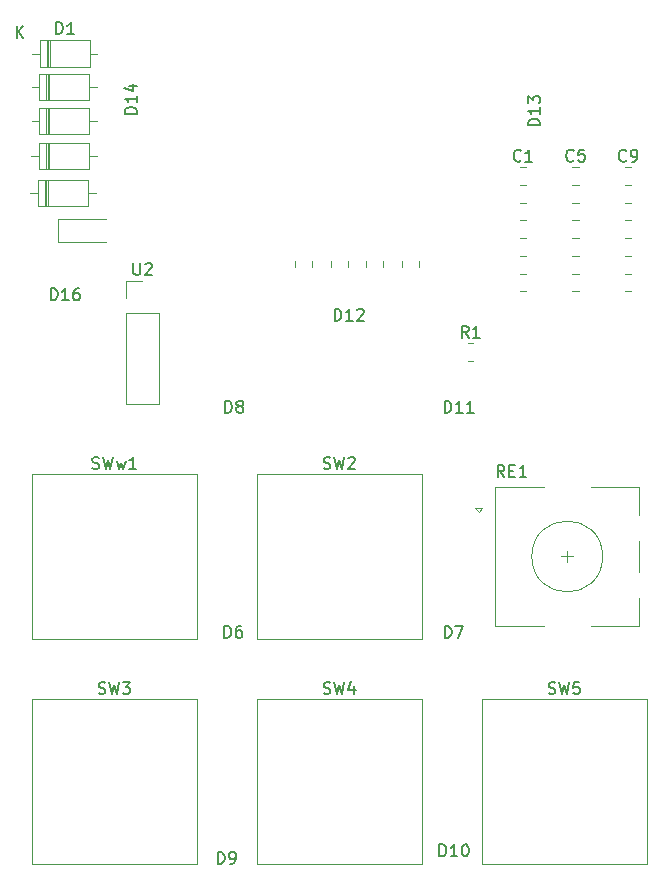
<source format=gbr>
%TF.GenerationSoftware,KiCad,Pcbnew,9.0.7*%
%TF.CreationDate,2026-01-30T21:13:48-06:00*%
%TF.ProjectId,HACK PAD!,4841434b-2050-4414-9421-2e6b69636164,rev?*%
%TF.SameCoordinates,Original*%
%TF.FileFunction,Legend,Top*%
%TF.FilePolarity,Positive*%
%FSLAX46Y46*%
G04 Gerber Fmt 4.6, Leading zero omitted, Abs format (unit mm)*
G04 Created by KiCad (PCBNEW 9.0.7) date 2026-01-30 21:13:48*
%MOMM*%
%LPD*%
G01*
G04 APERTURE LIST*
%ADD10C,0.150000*%
%ADD11C,0.200000*%
%ADD12C,0.120000*%
G04 APERTURE END LIST*
D10*
X76983333Y-42665780D02*
X76935714Y-42713400D01*
X76935714Y-42713400D02*
X76792857Y-42761019D01*
X76792857Y-42761019D02*
X76697619Y-42761019D01*
X76697619Y-42761019D02*
X76554762Y-42713400D01*
X76554762Y-42713400D02*
X76459524Y-42618161D01*
X76459524Y-42618161D02*
X76411905Y-42522923D01*
X76411905Y-42522923D02*
X76364286Y-42332447D01*
X76364286Y-42332447D02*
X76364286Y-42189590D01*
X76364286Y-42189590D02*
X76411905Y-41999114D01*
X76411905Y-41999114D02*
X76459524Y-41903876D01*
X76459524Y-41903876D02*
X76554762Y-41808638D01*
X76554762Y-41808638D02*
X76697619Y-41761019D01*
X76697619Y-41761019D02*
X76792857Y-41761019D01*
X76792857Y-41761019D02*
X76935714Y-41808638D01*
X76935714Y-41808638D02*
X76983333Y-41856257D01*
X77888095Y-41761019D02*
X77411905Y-41761019D01*
X77411905Y-41761019D02*
X77364286Y-42237209D01*
X77364286Y-42237209D02*
X77411905Y-42189590D01*
X77411905Y-42189590D02*
X77507143Y-42141971D01*
X77507143Y-42141971D02*
X77745238Y-42141971D01*
X77745238Y-42141971D02*
X77840476Y-42189590D01*
X77840476Y-42189590D02*
X77888095Y-42237209D01*
X77888095Y-42237209D02*
X77935714Y-42332447D01*
X77935714Y-42332447D02*
X77935714Y-42570542D01*
X77935714Y-42570542D02*
X77888095Y-42665780D01*
X77888095Y-42665780D02*
X77840476Y-42713400D01*
X77840476Y-42713400D02*
X77745238Y-42761019D01*
X77745238Y-42761019D02*
X77507143Y-42761019D01*
X77507143Y-42761019D02*
X77411905Y-42713400D01*
X77411905Y-42713400D02*
X77364286Y-42665780D01*
D11*
X32723214Y-54502219D02*
X32723214Y-53502219D01*
X32723214Y-53502219D02*
X32961309Y-53502219D01*
X32961309Y-53502219D02*
X33104166Y-53549838D01*
X33104166Y-53549838D02*
X33199404Y-53645076D01*
X33199404Y-53645076D02*
X33247023Y-53740314D01*
X33247023Y-53740314D02*
X33294642Y-53930790D01*
X33294642Y-53930790D02*
X33294642Y-54073647D01*
X33294642Y-54073647D02*
X33247023Y-54264123D01*
X33247023Y-54264123D02*
X33199404Y-54359361D01*
X33199404Y-54359361D02*
X33104166Y-54454600D01*
X33104166Y-54454600D02*
X32961309Y-54502219D01*
X32961309Y-54502219D02*
X32723214Y-54502219D01*
X34247023Y-54502219D02*
X33675595Y-54502219D01*
X33961309Y-54502219D02*
X33961309Y-53502219D01*
X33961309Y-53502219D02*
X33866071Y-53645076D01*
X33866071Y-53645076D02*
X33770833Y-53740314D01*
X33770833Y-53740314D02*
X33675595Y-53787933D01*
X35104166Y-53502219D02*
X34913690Y-53502219D01*
X34913690Y-53502219D02*
X34818452Y-53549838D01*
X34818452Y-53549838D02*
X34770833Y-53597457D01*
X34770833Y-53597457D02*
X34675595Y-53740314D01*
X34675595Y-53740314D02*
X34627976Y-53930790D01*
X34627976Y-53930790D02*
X34627976Y-54311742D01*
X34627976Y-54311742D02*
X34675595Y-54406980D01*
X34675595Y-54406980D02*
X34723214Y-54454600D01*
X34723214Y-54454600D02*
X34818452Y-54502219D01*
X34818452Y-54502219D02*
X35008928Y-54502219D01*
X35008928Y-54502219D02*
X35104166Y-54454600D01*
X35104166Y-54454600D02*
X35151785Y-54406980D01*
X35151785Y-54406980D02*
X35199404Y-54311742D01*
X35199404Y-54311742D02*
X35199404Y-54073647D01*
X35199404Y-54073647D02*
X35151785Y-53978409D01*
X35151785Y-53978409D02*
X35104166Y-53930790D01*
X35104166Y-53930790D02*
X35008928Y-53883171D01*
X35008928Y-53883171D02*
X34818452Y-53883171D01*
X34818452Y-53883171D02*
X34723214Y-53930790D01*
X34723214Y-53930790D02*
X34675595Y-53978409D01*
X34675595Y-53978409D02*
X34627976Y-54073647D01*
D10*
X71130952Y-69454819D02*
X70797619Y-68978628D01*
X70559524Y-69454819D02*
X70559524Y-68454819D01*
X70559524Y-68454819D02*
X70940476Y-68454819D01*
X70940476Y-68454819D02*
X71035714Y-68502438D01*
X71035714Y-68502438D02*
X71083333Y-68550057D01*
X71083333Y-68550057D02*
X71130952Y-68645295D01*
X71130952Y-68645295D02*
X71130952Y-68788152D01*
X71130952Y-68788152D02*
X71083333Y-68883390D01*
X71083333Y-68883390D02*
X71035714Y-68931009D01*
X71035714Y-68931009D02*
X70940476Y-68978628D01*
X70940476Y-68978628D02*
X70559524Y-68978628D01*
X71559524Y-68931009D02*
X71892857Y-68931009D01*
X72035714Y-69454819D02*
X71559524Y-69454819D01*
X71559524Y-69454819D02*
X71559524Y-68454819D01*
X71559524Y-68454819D02*
X72035714Y-68454819D01*
X72988095Y-69454819D02*
X72416667Y-69454819D01*
X72702381Y-69454819D02*
X72702381Y-68454819D01*
X72702381Y-68454819D02*
X72607143Y-68597676D01*
X72607143Y-68597676D02*
X72511905Y-68692914D01*
X72511905Y-68692914D02*
X72416667Y-68740533D01*
D11*
X74136919Y-39695485D02*
X73136919Y-39695485D01*
X73136919Y-39695485D02*
X73136919Y-39457390D01*
X73136919Y-39457390D02*
X73184538Y-39314533D01*
X73184538Y-39314533D02*
X73279776Y-39219295D01*
X73279776Y-39219295D02*
X73375014Y-39171676D01*
X73375014Y-39171676D02*
X73565490Y-39124057D01*
X73565490Y-39124057D02*
X73708347Y-39124057D01*
X73708347Y-39124057D02*
X73898823Y-39171676D01*
X73898823Y-39171676D02*
X73994061Y-39219295D01*
X73994061Y-39219295D02*
X74089300Y-39314533D01*
X74089300Y-39314533D02*
X74136919Y-39457390D01*
X74136919Y-39457390D02*
X74136919Y-39695485D01*
X74136919Y-38171676D02*
X74136919Y-38743104D01*
X74136919Y-38457390D02*
X73136919Y-38457390D01*
X73136919Y-38457390D02*
X73279776Y-38552628D01*
X73279776Y-38552628D02*
X73375014Y-38647866D01*
X73375014Y-38647866D02*
X73422633Y-38743104D01*
X73136919Y-37838342D02*
X73136919Y-37219295D01*
X73136919Y-37219295D02*
X73517871Y-37552628D01*
X73517871Y-37552628D02*
X73517871Y-37409771D01*
X73517871Y-37409771D02*
X73565490Y-37314533D01*
X73565490Y-37314533D02*
X73613109Y-37266914D01*
X73613109Y-37266914D02*
X73708347Y-37219295D01*
X73708347Y-37219295D02*
X73946442Y-37219295D01*
X73946442Y-37219295D02*
X74041680Y-37266914D01*
X74041680Y-37266914D02*
X74089300Y-37314533D01*
X74089300Y-37314533D02*
X74136919Y-37409771D01*
X74136919Y-37409771D02*
X74136919Y-37695485D01*
X74136919Y-37695485D02*
X74089300Y-37790723D01*
X74089300Y-37790723D02*
X74041680Y-37838342D01*
D10*
X72533333Y-42665780D02*
X72485714Y-42713400D01*
X72485714Y-42713400D02*
X72342857Y-42761019D01*
X72342857Y-42761019D02*
X72247619Y-42761019D01*
X72247619Y-42761019D02*
X72104762Y-42713400D01*
X72104762Y-42713400D02*
X72009524Y-42618161D01*
X72009524Y-42618161D02*
X71961905Y-42522923D01*
X71961905Y-42522923D02*
X71914286Y-42332447D01*
X71914286Y-42332447D02*
X71914286Y-42189590D01*
X71914286Y-42189590D02*
X71961905Y-41999114D01*
X71961905Y-41999114D02*
X72009524Y-41903876D01*
X72009524Y-41903876D02*
X72104762Y-41808638D01*
X72104762Y-41808638D02*
X72247619Y-41761019D01*
X72247619Y-41761019D02*
X72342857Y-41761019D01*
X72342857Y-41761019D02*
X72485714Y-41808638D01*
X72485714Y-41808638D02*
X72533333Y-41856257D01*
X73485714Y-42761019D02*
X72914286Y-42761019D01*
X73200000Y-42761019D02*
X73200000Y-41761019D01*
X73200000Y-41761019D02*
X73104762Y-41903876D01*
X73104762Y-41903876D02*
X73009524Y-41999114D01*
X73009524Y-41999114D02*
X72914286Y-42046733D01*
D11*
X39995919Y-38714285D02*
X38995919Y-38714285D01*
X38995919Y-38714285D02*
X38995919Y-38476190D01*
X38995919Y-38476190D02*
X39043538Y-38333333D01*
X39043538Y-38333333D02*
X39138776Y-38238095D01*
X39138776Y-38238095D02*
X39234014Y-38190476D01*
X39234014Y-38190476D02*
X39424490Y-38142857D01*
X39424490Y-38142857D02*
X39567347Y-38142857D01*
X39567347Y-38142857D02*
X39757823Y-38190476D01*
X39757823Y-38190476D02*
X39853061Y-38238095D01*
X39853061Y-38238095D02*
X39948300Y-38333333D01*
X39948300Y-38333333D02*
X39995919Y-38476190D01*
X39995919Y-38476190D02*
X39995919Y-38714285D01*
X39995919Y-37190476D02*
X39995919Y-37761904D01*
X39995919Y-37476190D02*
X38995919Y-37476190D01*
X38995919Y-37476190D02*
X39138776Y-37571428D01*
X39138776Y-37571428D02*
X39234014Y-37666666D01*
X39234014Y-37666666D02*
X39281633Y-37761904D01*
X39329252Y-36333333D02*
X39995919Y-36333333D01*
X38948300Y-36571428D02*
X39662585Y-36809523D01*
X39662585Y-36809523D02*
X39662585Y-36190476D01*
D10*
X68100833Y-57684819D02*
X67767500Y-57208628D01*
X67529405Y-57684819D02*
X67529405Y-56684819D01*
X67529405Y-56684819D02*
X67910357Y-56684819D01*
X67910357Y-56684819D02*
X68005595Y-56732438D01*
X68005595Y-56732438D02*
X68053214Y-56780057D01*
X68053214Y-56780057D02*
X68100833Y-56875295D01*
X68100833Y-56875295D02*
X68100833Y-57018152D01*
X68100833Y-57018152D02*
X68053214Y-57113390D01*
X68053214Y-57113390D02*
X68005595Y-57161009D01*
X68005595Y-57161009D02*
X67910357Y-57208628D01*
X67910357Y-57208628D02*
X67529405Y-57208628D01*
X69053214Y-57684819D02*
X68481786Y-57684819D01*
X68767500Y-57684819D02*
X68767500Y-56684819D01*
X68767500Y-56684819D02*
X68672262Y-56827676D01*
X68672262Y-56827676D02*
X68577024Y-56922914D01*
X68577024Y-56922914D02*
X68481786Y-56970533D01*
X55816667Y-68733200D02*
X55959524Y-68780819D01*
X55959524Y-68780819D02*
X56197619Y-68780819D01*
X56197619Y-68780819D02*
X56292857Y-68733200D01*
X56292857Y-68733200D02*
X56340476Y-68685580D01*
X56340476Y-68685580D02*
X56388095Y-68590342D01*
X56388095Y-68590342D02*
X56388095Y-68495104D01*
X56388095Y-68495104D02*
X56340476Y-68399866D01*
X56340476Y-68399866D02*
X56292857Y-68352247D01*
X56292857Y-68352247D02*
X56197619Y-68304628D01*
X56197619Y-68304628D02*
X56007143Y-68257009D01*
X56007143Y-68257009D02*
X55911905Y-68209390D01*
X55911905Y-68209390D02*
X55864286Y-68161771D01*
X55864286Y-68161771D02*
X55816667Y-68066533D01*
X55816667Y-68066533D02*
X55816667Y-67971295D01*
X55816667Y-67971295D02*
X55864286Y-67876057D01*
X55864286Y-67876057D02*
X55911905Y-67828438D01*
X55911905Y-67828438D02*
X56007143Y-67780819D01*
X56007143Y-67780819D02*
X56245238Y-67780819D01*
X56245238Y-67780819D02*
X56388095Y-67828438D01*
X56721429Y-67780819D02*
X56959524Y-68780819D01*
X56959524Y-68780819D02*
X57150000Y-68066533D01*
X57150000Y-68066533D02*
X57340476Y-68780819D01*
X57340476Y-68780819D02*
X57578572Y-67780819D01*
X57911905Y-67876057D02*
X57959524Y-67828438D01*
X57959524Y-67828438D02*
X58054762Y-67780819D01*
X58054762Y-67780819D02*
X58292857Y-67780819D01*
X58292857Y-67780819D02*
X58388095Y-67828438D01*
X58388095Y-67828438D02*
X58435714Y-67876057D01*
X58435714Y-67876057D02*
X58483333Y-67971295D01*
X58483333Y-67971295D02*
X58483333Y-68066533D01*
X58483333Y-68066533D02*
X58435714Y-68209390D01*
X58435714Y-68209390D02*
X57864286Y-68780819D01*
X57864286Y-68780819D02*
X58483333Y-68780819D01*
X36766667Y-87783200D02*
X36909524Y-87830819D01*
X36909524Y-87830819D02*
X37147619Y-87830819D01*
X37147619Y-87830819D02*
X37242857Y-87783200D01*
X37242857Y-87783200D02*
X37290476Y-87735580D01*
X37290476Y-87735580D02*
X37338095Y-87640342D01*
X37338095Y-87640342D02*
X37338095Y-87545104D01*
X37338095Y-87545104D02*
X37290476Y-87449866D01*
X37290476Y-87449866D02*
X37242857Y-87402247D01*
X37242857Y-87402247D02*
X37147619Y-87354628D01*
X37147619Y-87354628D02*
X36957143Y-87307009D01*
X36957143Y-87307009D02*
X36861905Y-87259390D01*
X36861905Y-87259390D02*
X36814286Y-87211771D01*
X36814286Y-87211771D02*
X36766667Y-87116533D01*
X36766667Y-87116533D02*
X36766667Y-87021295D01*
X36766667Y-87021295D02*
X36814286Y-86926057D01*
X36814286Y-86926057D02*
X36861905Y-86878438D01*
X36861905Y-86878438D02*
X36957143Y-86830819D01*
X36957143Y-86830819D02*
X37195238Y-86830819D01*
X37195238Y-86830819D02*
X37338095Y-86878438D01*
X37671429Y-86830819D02*
X37909524Y-87830819D01*
X37909524Y-87830819D02*
X38100000Y-87116533D01*
X38100000Y-87116533D02*
X38290476Y-87830819D01*
X38290476Y-87830819D02*
X38528572Y-86830819D01*
X38814286Y-86830819D02*
X39433333Y-86830819D01*
X39433333Y-86830819D02*
X39100000Y-87211771D01*
X39100000Y-87211771D02*
X39242857Y-87211771D01*
X39242857Y-87211771D02*
X39338095Y-87259390D01*
X39338095Y-87259390D02*
X39385714Y-87307009D01*
X39385714Y-87307009D02*
X39433333Y-87402247D01*
X39433333Y-87402247D02*
X39433333Y-87640342D01*
X39433333Y-87640342D02*
X39385714Y-87735580D01*
X39385714Y-87735580D02*
X39338095Y-87783200D01*
X39338095Y-87783200D02*
X39242857Y-87830819D01*
X39242857Y-87830819D02*
X38957143Y-87830819D01*
X38957143Y-87830819D02*
X38861905Y-87783200D01*
X38861905Y-87783200D02*
X38814286Y-87735580D01*
D11*
X66060714Y-64027219D02*
X66060714Y-63027219D01*
X66060714Y-63027219D02*
X66298809Y-63027219D01*
X66298809Y-63027219D02*
X66441666Y-63074838D01*
X66441666Y-63074838D02*
X66536904Y-63170076D01*
X66536904Y-63170076D02*
X66584523Y-63265314D01*
X66584523Y-63265314D02*
X66632142Y-63455790D01*
X66632142Y-63455790D02*
X66632142Y-63598647D01*
X66632142Y-63598647D02*
X66584523Y-63789123D01*
X66584523Y-63789123D02*
X66536904Y-63884361D01*
X66536904Y-63884361D02*
X66441666Y-63979600D01*
X66441666Y-63979600D02*
X66298809Y-64027219D01*
X66298809Y-64027219D02*
X66060714Y-64027219D01*
X67584523Y-64027219D02*
X67013095Y-64027219D01*
X67298809Y-64027219D02*
X67298809Y-63027219D01*
X67298809Y-63027219D02*
X67203571Y-63170076D01*
X67203571Y-63170076D02*
X67108333Y-63265314D01*
X67108333Y-63265314D02*
X67013095Y-63312933D01*
X68536904Y-64027219D02*
X67965476Y-64027219D01*
X68251190Y-64027219D02*
X68251190Y-63027219D01*
X68251190Y-63027219D02*
X68155952Y-63170076D01*
X68155952Y-63170076D02*
X68060714Y-63265314D01*
X68060714Y-63265314D02*
X67965476Y-63312933D01*
X65625714Y-101582219D02*
X65625714Y-100582219D01*
X65625714Y-100582219D02*
X65863809Y-100582219D01*
X65863809Y-100582219D02*
X66006666Y-100629838D01*
X66006666Y-100629838D02*
X66101904Y-100725076D01*
X66101904Y-100725076D02*
X66149523Y-100820314D01*
X66149523Y-100820314D02*
X66197142Y-101010790D01*
X66197142Y-101010790D02*
X66197142Y-101153647D01*
X66197142Y-101153647D02*
X66149523Y-101344123D01*
X66149523Y-101344123D02*
X66101904Y-101439361D01*
X66101904Y-101439361D02*
X66006666Y-101534600D01*
X66006666Y-101534600D02*
X65863809Y-101582219D01*
X65863809Y-101582219D02*
X65625714Y-101582219D01*
X67149523Y-101582219D02*
X66578095Y-101582219D01*
X66863809Y-101582219D02*
X66863809Y-100582219D01*
X66863809Y-100582219D02*
X66768571Y-100725076D01*
X66768571Y-100725076D02*
X66673333Y-100820314D01*
X66673333Y-100820314D02*
X66578095Y-100867933D01*
X67768571Y-100582219D02*
X67863809Y-100582219D01*
X67863809Y-100582219D02*
X67959047Y-100629838D01*
X67959047Y-100629838D02*
X68006666Y-100677457D01*
X68006666Y-100677457D02*
X68054285Y-100772695D01*
X68054285Y-100772695D02*
X68101904Y-100963171D01*
X68101904Y-100963171D02*
X68101904Y-101201266D01*
X68101904Y-101201266D02*
X68054285Y-101391742D01*
X68054285Y-101391742D02*
X68006666Y-101486980D01*
X68006666Y-101486980D02*
X67959047Y-101534600D01*
X67959047Y-101534600D02*
X67863809Y-101582219D01*
X67863809Y-101582219D02*
X67768571Y-101582219D01*
X67768571Y-101582219D02*
X67673333Y-101534600D01*
X67673333Y-101534600D02*
X67625714Y-101486980D01*
X67625714Y-101486980D02*
X67578095Y-101391742D01*
X67578095Y-101391742D02*
X67530476Y-101201266D01*
X67530476Y-101201266D02*
X67530476Y-100963171D01*
X67530476Y-100963171D02*
X67578095Y-100772695D01*
X67578095Y-100772695D02*
X67625714Y-100677457D01*
X67625714Y-100677457D02*
X67673333Y-100629838D01*
X67673333Y-100629838D02*
X67768571Y-100582219D01*
D10*
X74866667Y-87783200D02*
X75009524Y-87830819D01*
X75009524Y-87830819D02*
X75247619Y-87830819D01*
X75247619Y-87830819D02*
X75342857Y-87783200D01*
X75342857Y-87783200D02*
X75390476Y-87735580D01*
X75390476Y-87735580D02*
X75438095Y-87640342D01*
X75438095Y-87640342D02*
X75438095Y-87545104D01*
X75438095Y-87545104D02*
X75390476Y-87449866D01*
X75390476Y-87449866D02*
X75342857Y-87402247D01*
X75342857Y-87402247D02*
X75247619Y-87354628D01*
X75247619Y-87354628D02*
X75057143Y-87307009D01*
X75057143Y-87307009D02*
X74961905Y-87259390D01*
X74961905Y-87259390D02*
X74914286Y-87211771D01*
X74914286Y-87211771D02*
X74866667Y-87116533D01*
X74866667Y-87116533D02*
X74866667Y-87021295D01*
X74866667Y-87021295D02*
X74914286Y-86926057D01*
X74914286Y-86926057D02*
X74961905Y-86878438D01*
X74961905Y-86878438D02*
X75057143Y-86830819D01*
X75057143Y-86830819D02*
X75295238Y-86830819D01*
X75295238Y-86830819D02*
X75438095Y-86878438D01*
X75771429Y-86830819D02*
X76009524Y-87830819D01*
X76009524Y-87830819D02*
X76200000Y-87116533D01*
X76200000Y-87116533D02*
X76390476Y-87830819D01*
X76390476Y-87830819D02*
X76628572Y-86830819D01*
X77485714Y-86830819D02*
X77009524Y-86830819D01*
X77009524Y-86830819D02*
X76961905Y-87307009D01*
X76961905Y-87307009D02*
X77009524Y-87259390D01*
X77009524Y-87259390D02*
X77104762Y-87211771D01*
X77104762Y-87211771D02*
X77342857Y-87211771D01*
X77342857Y-87211771D02*
X77438095Y-87259390D01*
X77438095Y-87259390D02*
X77485714Y-87307009D01*
X77485714Y-87307009D02*
X77533333Y-87402247D01*
X77533333Y-87402247D02*
X77533333Y-87640342D01*
X77533333Y-87640342D02*
X77485714Y-87735580D01*
X77485714Y-87735580D02*
X77438095Y-87783200D01*
X77438095Y-87783200D02*
X77342857Y-87830819D01*
X77342857Y-87830819D02*
X77104762Y-87830819D01*
X77104762Y-87830819D02*
X77009524Y-87783200D01*
X77009524Y-87783200D02*
X76961905Y-87735580D01*
X55816667Y-87783200D02*
X55959524Y-87830819D01*
X55959524Y-87830819D02*
X56197619Y-87830819D01*
X56197619Y-87830819D02*
X56292857Y-87783200D01*
X56292857Y-87783200D02*
X56340476Y-87735580D01*
X56340476Y-87735580D02*
X56388095Y-87640342D01*
X56388095Y-87640342D02*
X56388095Y-87545104D01*
X56388095Y-87545104D02*
X56340476Y-87449866D01*
X56340476Y-87449866D02*
X56292857Y-87402247D01*
X56292857Y-87402247D02*
X56197619Y-87354628D01*
X56197619Y-87354628D02*
X56007143Y-87307009D01*
X56007143Y-87307009D02*
X55911905Y-87259390D01*
X55911905Y-87259390D02*
X55864286Y-87211771D01*
X55864286Y-87211771D02*
X55816667Y-87116533D01*
X55816667Y-87116533D02*
X55816667Y-87021295D01*
X55816667Y-87021295D02*
X55864286Y-86926057D01*
X55864286Y-86926057D02*
X55911905Y-86878438D01*
X55911905Y-86878438D02*
X56007143Y-86830819D01*
X56007143Y-86830819D02*
X56245238Y-86830819D01*
X56245238Y-86830819D02*
X56388095Y-86878438D01*
X56721429Y-86830819D02*
X56959524Y-87830819D01*
X56959524Y-87830819D02*
X57150000Y-87116533D01*
X57150000Y-87116533D02*
X57340476Y-87830819D01*
X57340476Y-87830819D02*
X57578572Y-86830819D01*
X58388095Y-87164152D02*
X58388095Y-87830819D01*
X58150000Y-86783200D02*
X57911905Y-87497485D01*
X57911905Y-87497485D02*
X58530952Y-87497485D01*
X81433333Y-42665780D02*
X81385714Y-42713400D01*
X81385714Y-42713400D02*
X81242857Y-42761019D01*
X81242857Y-42761019D02*
X81147619Y-42761019D01*
X81147619Y-42761019D02*
X81004762Y-42713400D01*
X81004762Y-42713400D02*
X80909524Y-42618161D01*
X80909524Y-42618161D02*
X80861905Y-42522923D01*
X80861905Y-42522923D02*
X80814286Y-42332447D01*
X80814286Y-42332447D02*
X80814286Y-42189590D01*
X80814286Y-42189590D02*
X80861905Y-41999114D01*
X80861905Y-41999114D02*
X80909524Y-41903876D01*
X80909524Y-41903876D02*
X81004762Y-41808638D01*
X81004762Y-41808638D02*
X81147619Y-41761019D01*
X81147619Y-41761019D02*
X81242857Y-41761019D01*
X81242857Y-41761019D02*
X81385714Y-41808638D01*
X81385714Y-41808638D02*
X81433333Y-41856257D01*
X81909524Y-42761019D02*
X82100000Y-42761019D01*
X82100000Y-42761019D02*
X82195238Y-42713400D01*
X82195238Y-42713400D02*
X82242857Y-42665780D01*
X82242857Y-42665780D02*
X82338095Y-42522923D01*
X82338095Y-42522923D02*
X82385714Y-42332447D01*
X82385714Y-42332447D02*
X82385714Y-41951495D01*
X82385714Y-41951495D02*
X82338095Y-41856257D01*
X82338095Y-41856257D02*
X82290476Y-41808638D01*
X82290476Y-41808638D02*
X82195238Y-41761019D01*
X82195238Y-41761019D02*
X82004762Y-41761019D01*
X82004762Y-41761019D02*
X81909524Y-41808638D01*
X81909524Y-41808638D02*
X81861905Y-41856257D01*
X81861905Y-41856257D02*
X81814286Y-41951495D01*
X81814286Y-41951495D02*
X81814286Y-42189590D01*
X81814286Y-42189590D02*
X81861905Y-42284828D01*
X81861905Y-42284828D02*
X81909524Y-42332447D01*
X81909524Y-42332447D02*
X82004762Y-42380066D01*
X82004762Y-42380066D02*
X82195238Y-42380066D01*
X82195238Y-42380066D02*
X82290476Y-42332447D01*
X82290476Y-42332447D02*
X82338095Y-42284828D01*
X82338095Y-42284828D02*
X82385714Y-42189590D01*
X36242857Y-68733200D02*
X36385714Y-68780819D01*
X36385714Y-68780819D02*
X36623809Y-68780819D01*
X36623809Y-68780819D02*
X36719047Y-68733200D01*
X36719047Y-68733200D02*
X36766666Y-68685580D01*
X36766666Y-68685580D02*
X36814285Y-68590342D01*
X36814285Y-68590342D02*
X36814285Y-68495104D01*
X36814285Y-68495104D02*
X36766666Y-68399866D01*
X36766666Y-68399866D02*
X36719047Y-68352247D01*
X36719047Y-68352247D02*
X36623809Y-68304628D01*
X36623809Y-68304628D02*
X36433333Y-68257009D01*
X36433333Y-68257009D02*
X36338095Y-68209390D01*
X36338095Y-68209390D02*
X36290476Y-68161771D01*
X36290476Y-68161771D02*
X36242857Y-68066533D01*
X36242857Y-68066533D02*
X36242857Y-67971295D01*
X36242857Y-67971295D02*
X36290476Y-67876057D01*
X36290476Y-67876057D02*
X36338095Y-67828438D01*
X36338095Y-67828438D02*
X36433333Y-67780819D01*
X36433333Y-67780819D02*
X36671428Y-67780819D01*
X36671428Y-67780819D02*
X36814285Y-67828438D01*
X37147619Y-67780819D02*
X37385714Y-68780819D01*
X37385714Y-68780819D02*
X37576190Y-68066533D01*
X37576190Y-68066533D02*
X37766666Y-68780819D01*
X37766666Y-68780819D02*
X38004762Y-67780819D01*
X38290476Y-68114152D02*
X38480952Y-68780819D01*
X38480952Y-68780819D02*
X38671428Y-68304628D01*
X38671428Y-68304628D02*
X38861904Y-68780819D01*
X38861904Y-68780819D02*
X39052380Y-68114152D01*
X39957142Y-68780819D02*
X39385714Y-68780819D01*
X39671428Y-68780819D02*
X39671428Y-67780819D01*
X39671428Y-67780819D02*
X39576190Y-67923676D01*
X39576190Y-67923676D02*
X39480952Y-68018914D01*
X39480952Y-68018914D02*
X39385714Y-68066533D01*
D11*
X66084205Y-83096019D02*
X66084205Y-82096019D01*
X66084205Y-82096019D02*
X66322300Y-82096019D01*
X66322300Y-82096019D02*
X66465157Y-82143638D01*
X66465157Y-82143638D02*
X66560395Y-82238876D01*
X66560395Y-82238876D02*
X66608014Y-82334114D01*
X66608014Y-82334114D02*
X66655633Y-82524590D01*
X66655633Y-82524590D02*
X66655633Y-82667447D01*
X66655633Y-82667447D02*
X66608014Y-82857923D01*
X66608014Y-82857923D02*
X66560395Y-82953161D01*
X66560395Y-82953161D02*
X66465157Y-83048400D01*
X66465157Y-83048400D02*
X66322300Y-83096019D01*
X66322300Y-83096019D02*
X66084205Y-83096019D01*
X66988967Y-82096019D02*
X67655633Y-82096019D01*
X67655633Y-82096019D02*
X67227062Y-83096019D01*
D10*
X39719395Y-51367319D02*
X39719395Y-52176842D01*
X39719395Y-52176842D02*
X39767014Y-52272080D01*
X39767014Y-52272080D02*
X39814633Y-52319700D01*
X39814633Y-52319700D02*
X39909871Y-52367319D01*
X39909871Y-52367319D02*
X40100347Y-52367319D01*
X40100347Y-52367319D02*
X40195585Y-52319700D01*
X40195585Y-52319700D02*
X40243204Y-52272080D01*
X40243204Y-52272080D02*
X40290823Y-52176842D01*
X40290823Y-52176842D02*
X40290823Y-51367319D01*
X40719395Y-51462557D02*
X40767014Y-51414938D01*
X40767014Y-51414938D02*
X40862252Y-51367319D01*
X40862252Y-51367319D02*
X41100347Y-51367319D01*
X41100347Y-51367319D02*
X41195585Y-51414938D01*
X41195585Y-51414938D02*
X41243204Y-51462557D01*
X41243204Y-51462557D02*
X41290823Y-51557795D01*
X41290823Y-51557795D02*
X41290823Y-51653033D01*
X41290823Y-51653033D02*
X41243204Y-51795890D01*
X41243204Y-51795890D02*
X40671776Y-52367319D01*
X40671776Y-52367319D02*
X41290823Y-52367319D01*
D11*
X56754414Y-56236319D02*
X56754414Y-55236319D01*
X56754414Y-55236319D02*
X56992509Y-55236319D01*
X56992509Y-55236319D02*
X57135366Y-55283938D01*
X57135366Y-55283938D02*
X57230604Y-55379176D01*
X57230604Y-55379176D02*
X57278223Y-55474414D01*
X57278223Y-55474414D02*
X57325842Y-55664890D01*
X57325842Y-55664890D02*
X57325842Y-55807747D01*
X57325842Y-55807747D02*
X57278223Y-55998223D01*
X57278223Y-55998223D02*
X57230604Y-56093461D01*
X57230604Y-56093461D02*
X57135366Y-56188700D01*
X57135366Y-56188700D02*
X56992509Y-56236319D01*
X56992509Y-56236319D02*
X56754414Y-56236319D01*
X58278223Y-56236319D02*
X57706795Y-56236319D01*
X57992509Y-56236319D02*
X57992509Y-55236319D01*
X57992509Y-55236319D02*
X57897271Y-55379176D01*
X57897271Y-55379176D02*
X57802033Y-55474414D01*
X57802033Y-55474414D02*
X57706795Y-55522033D01*
X58659176Y-55331557D02*
X58706795Y-55283938D01*
X58706795Y-55283938D02*
X58802033Y-55236319D01*
X58802033Y-55236319D02*
X59040128Y-55236319D01*
X59040128Y-55236319D02*
X59135366Y-55283938D01*
X59135366Y-55283938D02*
X59182985Y-55331557D01*
X59182985Y-55331557D02*
X59230604Y-55426795D01*
X59230604Y-55426795D02*
X59230604Y-55522033D01*
X59230604Y-55522033D02*
X59182985Y-55664890D01*
X59182985Y-55664890D02*
X58611557Y-56236319D01*
X58611557Y-56236319D02*
X59230604Y-56236319D01*
D10*
X33171905Y-31964819D02*
X33171905Y-30964819D01*
X33171905Y-30964819D02*
X33410000Y-30964819D01*
X33410000Y-30964819D02*
X33552857Y-31012438D01*
X33552857Y-31012438D02*
X33648095Y-31107676D01*
X33648095Y-31107676D02*
X33695714Y-31202914D01*
X33695714Y-31202914D02*
X33743333Y-31393390D01*
X33743333Y-31393390D02*
X33743333Y-31536247D01*
X33743333Y-31536247D02*
X33695714Y-31726723D01*
X33695714Y-31726723D02*
X33648095Y-31821961D01*
X33648095Y-31821961D02*
X33552857Y-31917200D01*
X33552857Y-31917200D02*
X33410000Y-31964819D01*
X33410000Y-31964819D02*
X33171905Y-31964819D01*
X34695714Y-31964819D02*
X34124286Y-31964819D01*
X34410000Y-31964819D02*
X34410000Y-30964819D01*
X34410000Y-30964819D02*
X34314762Y-31107676D01*
X34314762Y-31107676D02*
X34219524Y-31202914D01*
X34219524Y-31202914D02*
X34124286Y-31250533D01*
X29838095Y-32284819D02*
X29838095Y-31284819D01*
X30409523Y-32284819D02*
X29980952Y-31713390D01*
X30409523Y-31284819D02*
X29838095Y-31856247D01*
D11*
X47421905Y-83078419D02*
X47421905Y-82078419D01*
X47421905Y-82078419D02*
X47660000Y-82078419D01*
X47660000Y-82078419D02*
X47802857Y-82126038D01*
X47802857Y-82126038D02*
X47898095Y-82221276D01*
X47898095Y-82221276D02*
X47945714Y-82316514D01*
X47945714Y-82316514D02*
X47993333Y-82506990D01*
X47993333Y-82506990D02*
X47993333Y-82649847D01*
X47993333Y-82649847D02*
X47945714Y-82840323D01*
X47945714Y-82840323D02*
X47898095Y-82935561D01*
X47898095Y-82935561D02*
X47802857Y-83030800D01*
X47802857Y-83030800D02*
X47660000Y-83078419D01*
X47660000Y-83078419D02*
X47421905Y-83078419D01*
X48850476Y-82078419D02*
X48660000Y-82078419D01*
X48660000Y-82078419D02*
X48564762Y-82126038D01*
X48564762Y-82126038D02*
X48517143Y-82173657D01*
X48517143Y-82173657D02*
X48421905Y-82316514D01*
X48421905Y-82316514D02*
X48374286Y-82506990D01*
X48374286Y-82506990D02*
X48374286Y-82887942D01*
X48374286Y-82887942D02*
X48421905Y-82983180D01*
X48421905Y-82983180D02*
X48469524Y-83030800D01*
X48469524Y-83030800D02*
X48564762Y-83078419D01*
X48564762Y-83078419D02*
X48755238Y-83078419D01*
X48755238Y-83078419D02*
X48850476Y-83030800D01*
X48850476Y-83030800D02*
X48898095Y-82983180D01*
X48898095Y-82983180D02*
X48945714Y-82887942D01*
X48945714Y-82887942D02*
X48945714Y-82649847D01*
X48945714Y-82649847D02*
X48898095Y-82554609D01*
X48898095Y-82554609D02*
X48850476Y-82506990D01*
X48850476Y-82506990D02*
X48755238Y-82459371D01*
X48755238Y-82459371D02*
X48564762Y-82459371D01*
X48564762Y-82459371D02*
X48469524Y-82506990D01*
X48469524Y-82506990D02*
X48421905Y-82554609D01*
X48421905Y-82554609D02*
X48374286Y-82649847D01*
X47486905Y-64027219D02*
X47486905Y-63027219D01*
X47486905Y-63027219D02*
X47725000Y-63027219D01*
X47725000Y-63027219D02*
X47867857Y-63074838D01*
X47867857Y-63074838D02*
X47963095Y-63170076D01*
X47963095Y-63170076D02*
X48010714Y-63265314D01*
X48010714Y-63265314D02*
X48058333Y-63455790D01*
X48058333Y-63455790D02*
X48058333Y-63598647D01*
X48058333Y-63598647D02*
X48010714Y-63789123D01*
X48010714Y-63789123D02*
X47963095Y-63884361D01*
X47963095Y-63884361D02*
X47867857Y-63979600D01*
X47867857Y-63979600D02*
X47725000Y-64027219D01*
X47725000Y-64027219D02*
X47486905Y-64027219D01*
X48629762Y-63455790D02*
X48534524Y-63408171D01*
X48534524Y-63408171D02*
X48486905Y-63360552D01*
X48486905Y-63360552D02*
X48439286Y-63265314D01*
X48439286Y-63265314D02*
X48439286Y-63217695D01*
X48439286Y-63217695D02*
X48486905Y-63122457D01*
X48486905Y-63122457D02*
X48534524Y-63074838D01*
X48534524Y-63074838D02*
X48629762Y-63027219D01*
X48629762Y-63027219D02*
X48820238Y-63027219D01*
X48820238Y-63027219D02*
X48915476Y-63074838D01*
X48915476Y-63074838D02*
X48963095Y-63122457D01*
X48963095Y-63122457D02*
X49010714Y-63217695D01*
X49010714Y-63217695D02*
X49010714Y-63265314D01*
X49010714Y-63265314D02*
X48963095Y-63360552D01*
X48963095Y-63360552D02*
X48915476Y-63408171D01*
X48915476Y-63408171D02*
X48820238Y-63455790D01*
X48820238Y-63455790D02*
X48629762Y-63455790D01*
X48629762Y-63455790D02*
X48534524Y-63503409D01*
X48534524Y-63503409D02*
X48486905Y-63551028D01*
X48486905Y-63551028D02*
X48439286Y-63646266D01*
X48439286Y-63646266D02*
X48439286Y-63836742D01*
X48439286Y-63836742D02*
X48486905Y-63931980D01*
X48486905Y-63931980D02*
X48534524Y-63979600D01*
X48534524Y-63979600D02*
X48629762Y-64027219D01*
X48629762Y-64027219D02*
X48820238Y-64027219D01*
X48820238Y-64027219D02*
X48915476Y-63979600D01*
X48915476Y-63979600D02*
X48963095Y-63931980D01*
X48963095Y-63931980D02*
X49010714Y-63836742D01*
X49010714Y-63836742D02*
X49010714Y-63646266D01*
X49010714Y-63646266D02*
X48963095Y-63551028D01*
X48963095Y-63551028D02*
X48915476Y-63503409D01*
X48915476Y-63503409D02*
X48820238Y-63455790D01*
X46871905Y-102212219D02*
X46871905Y-101212219D01*
X46871905Y-101212219D02*
X47110000Y-101212219D01*
X47110000Y-101212219D02*
X47252857Y-101259838D01*
X47252857Y-101259838D02*
X47348095Y-101355076D01*
X47348095Y-101355076D02*
X47395714Y-101450314D01*
X47395714Y-101450314D02*
X47443333Y-101640790D01*
X47443333Y-101640790D02*
X47443333Y-101783647D01*
X47443333Y-101783647D02*
X47395714Y-101974123D01*
X47395714Y-101974123D02*
X47348095Y-102069361D01*
X47348095Y-102069361D02*
X47252857Y-102164600D01*
X47252857Y-102164600D02*
X47110000Y-102212219D01*
X47110000Y-102212219D02*
X46871905Y-102212219D01*
X47919524Y-102212219D02*
X48110000Y-102212219D01*
X48110000Y-102212219D02*
X48205238Y-102164600D01*
X48205238Y-102164600D02*
X48252857Y-102116980D01*
X48252857Y-102116980D02*
X48348095Y-101974123D01*
X48348095Y-101974123D02*
X48395714Y-101783647D01*
X48395714Y-101783647D02*
X48395714Y-101402695D01*
X48395714Y-101402695D02*
X48348095Y-101307457D01*
X48348095Y-101307457D02*
X48300476Y-101259838D01*
X48300476Y-101259838D02*
X48205238Y-101212219D01*
X48205238Y-101212219D02*
X48014762Y-101212219D01*
X48014762Y-101212219D02*
X47919524Y-101259838D01*
X47919524Y-101259838D02*
X47871905Y-101307457D01*
X47871905Y-101307457D02*
X47824286Y-101402695D01*
X47824286Y-101402695D02*
X47824286Y-101640790D01*
X47824286Y-101640790D02*
X47871905Y-101736028D01*
X47871905Y-101736028D02*
X47919524Y-101783647D01*
X47919524Y-101783647D02*
X48014762Y-101831266D01*
X48014762Y-101831266D02*
X48205238Y-101831266D01*
X48205238Y-101831266D02*
X48300476Y-101783647D01*
X48300476Y-101783647D02*
X48348095Y-101736028D01*
X48348095Y-101736028D02*
X48395714Y-101640790D01*
D12*
%TO.C,C7*%
X76888748Y-49271200D02*
X77411252Y-49271200D01*
X76888748Y-50741200D02*
X77411252Y-50741200D01*
%TO.C,C5*%
X76888748Y-43251200D02*
X77411252Y-43251200D01*
X76888748Y-44721200D02*
X77411252Y-44721200D01*
%TO.C,C6*%
X76888748Y-46261200D02*
X77411252Y-46261200D01*
X76888748Y-47731200D02*
X77411252Y-47731200D01*
%TO.C,C11*%
X81338748Y-49271200D02*
X81861252Y-49271200D01*
X81338748Y-50741200D02*
X81861252Y-50741200D01*
%TO.C,RE1*%
X68650000Y-72100000D02*
X69250000Y-72100000D01*
X68950000Y-72400000D02*
X68650000Y-72100000D01*
X69250000Y-72100000D02*
X68950000Y-72400000D01*
X70350000Y-70300000D02*
X70350000Y-82100000D01*
X74450000Y-70300000D02*
X70350000Y-70300000D01*
X74450000Y-82100000D02*
X70350000Y-82100000D01*
X75950000Y-76200000D02*
X76950000Y-76200000D01*
X76450000Y-75700000D02*
X76450000Y-76700000D01*
X78450000Y-70300000D02*
X82550000Y-70300000D01*
X82550000Y-70300000D02*
X82550000Y-72700000D01*
X82550000Y-74900000D02*
X82550000Y-77500000D01*
X82550000Y-79700000D02*
X82550000Y-82100000D01*
X82550000Y-82100000D02*
X78450000Y-82100000D01*
X79450000Y-76200000D02*
G75*
G02*
X73450000Y-76200000I-3000000J0D01*
G01*
X73450000Y-76200000D02*
G75*
G02*
X79450000Y-76200000I3000000J0D01*
G01*
%TO.C,C1*%
X72438748Y-43251200D02*
X72961252Y-43251200D01*
X72438748Y-44721200D02*
X72961252Y-44721200D01*
%TO.C,D17*%
X33358800Y-47593700D02*
X33358800Y-49593700D01*
X33358800Y-47593700D02*
X37368800Y-47593700D01*
X33358800Y-49593700D02*
X37368800Y-49593700D01*
%TO.C,R1*%
X68040436Y-58145000D02*
X68494564Y-58145000D01*
X68040436Y-59615000D02*
X68494564Y-59615000D01*
%TO.C,SW2*%
X50165000Y-69215000D02*
X64135000Y-69215000D01*
X50165000Y-83185000D02*
X50165000Y-69215000D01*
X64135000Y-69215000D02*
X64135000Y-83185000D01*
X64135000Y-83185000D02*
X50165000Y-83185000D01*
%TO.C,SW3*%
X31115000Y-88265000D02*
X45085000Y-88265000D01*
X31115000Y-102235000D02*
X31115000Y-88265000D01*
X45085000Y-88265000D02*
X45085000Y-102235000D01*
X45085000Y-102235000D02*
X31115000Y-102235000D01*
%TO.C,C8*%
X76888748Y-52281200D02*
X77411252Y-52281200D01*
X76888748Y-53751200D02*
X77411252Y-53751200D01*
%TO.C,C16*%
X62435000Y-51698752D02*
X62435000Y-51176248D01*
X63905000Y-51698752D02*
X63905000Y-51176248D01*
%TO.C,C4*%
X72438748Y-52281200D02*
X72961252Y-52281200D01*
X72438748Y-53751200D02*
X72961252Y-53751200D01*
%TO.C,C10*%
X81338748Y-46261200D02*
X81861252Y-46261200D01*
X81338748Y-47731200D02*
X81861252Y-47731200D01*
%TO.C,C15*%
X59425000Y-51698752D02*
X59425000Y-51176248D01*
X60895000Y-51698752D02*
X60895000Y-51176248D01*
%TO.C,SW5*%
X69215000Y-88265000D02*
X83185000Y-88265000D01*
X69215000Y-102235000D02*
X69215000Y-88265000D01*
X83185000Y-88265000D02*
X83185000Y-102235000D01*
X83185000Y-102235000D02*
X69215000Y-102235000D01*
%TO.C,SW4*%
X50165000Y-88265000D02*
X64135000Y-88265000D01*
X50165000Y-102235000D02*
X50165000Y-88265000D01*
X64135000Y-88265000D02*
X64135000Y-102235000D01*
X64135000Y-102235000D02*
X50165000Y-102235000D01*
%TO.C,C9*%
X81338748Y-43251200D02*
X81861252Y-43251200D01*
X81338748Y-44721200D02*
X81861252Y-44721200D01*
%TO.C,C3*%
X72438748Y-49271200D02*
X72961252Y-49271200D01*
X72438748Y-50741200D02*
X72961252Y-50741200D01*
%TO.C,SWw1*%
X31115000Y-69215000D02*
X45085000Y-69215000D01*
X31115000Y-83185000D02*
X31115000Y-69215000D01*
X45085000Y-69215000D02*
X45085000Y-83185000D01*
X45085000Y-83185000D02*
X31115000Y-83185000D01*
%TO.C,C12*%
X81338748Y-52281200D02*
X81861252Y-52281200D01*
X81338748Y-53751200D02*
X81861252Y-53751200D01*
%TO.C,D3*%
X31110000Y-39350000D02*
X31760000Y-39350000D01*
X32360000Y-38230000D02*
X32360000Y-40470000D01*
X32480000Y-38230000D02*
X32480000Y-40470000D01*
X32600000Y-38230000D02*
X32600000Y-40470000D01*
X36650000Y-39350000D02*
X36000000Y-39350000D01*
X31760000Y-38230000D02*
X36000000Y-38230000D01*
X36000000Y-40470000D01*
X31760000Y-40470000D01*
X31760000Y-38230000D01*
%TO.C,D4*%
X31090000Y-42290000D02*
X31740000Y-42290000D01*
X32340000Y-41170000D02*
X32340000Y-43410000D01*
X32460000Y-41170000D02*
X32460000Y-43410000D01*
X32580000Y-41170000D02*
X32580000Y-43410000D01*
X36630000Y-42290000D02*
X35980000Y-42290000D01*
X31740000Y-41170000D02*
X35980000Y-41170000D01*
X35980000Y-43410000D01*
X31740000Y-43410000D01*
X31740000Y-41170000D01*
%TO.C,U2*%
X39101300Y-52912500D02*
X40481300Y-52912500D01*
X39101300Y-54292500D02*
X39101300Y-52912500D01*
X39101300Y-55562500D02*
X39101300Y-63292500D01*
X39101300Y-55562500D02*
X41861300Y-55562500D01*
X39101300Y-63292500D02*
X41861300Y-63292500D01*
X41861300Y-55562500D02*
X41861300Y-63292500D01*
%TO.C,D5*%
X30990000Y-45410000D02*
X31640000Y-45410000D01*
X32240000Y-44290000D02*
X32240000Y-46530000D01*
X32360000Y-44290000D02*
X32360000Y-46530000D01*
X32480000Y-44290000D02*
X32480000Y-46530000D01*
X36530000Y-45410000D02*
X35880000Y-45410000D01*
X31640000Y-44290000D02*
X35880000Y-44290000D01*
X35880000Y-46530000D01*
X31640000Y-46530000D01*
X31640000Y-44290000D01*
%TO.C,D2*%
X31110000Y-36440000D02*
X31760000Y-36440000D01*
X32360000Y-35320000D02*
X32360000Y-37560000D01*
X32480000Y-35320000D02*
X32480000Y-37560000D01*
X32600000Y-35320000D02*
X32600000Y-37560000D01*
X36650000Y-36440000D02*
X36000000Y-36440000D01*
X31760000Y-35320000D02*
X36000000Y-35320000D01*
X36000000Y-37560000D01*
X31760000Y-37560000D01*
X31760000Y-35320000D01*
%TO.C,C14*%
X56415000Y-51698752D02*
X56415000Y-51176248D01*
X57885000Y-51698752D02*
X57885000Y-51176248D01*
%TO.C,D1*%
X31140000Y-33630000D02*
X31790000Y-33630000D01*
X32390000Y-32510000D02*
X32390000Y-34750000D01*
X32510000Y-32510000D02*
X32510000Y-34750000D01*
X32630000Y-32510000D02*
X32630000Y-34750000D01*
X36680000Y-33630000D02*
X36030000Y-33630000D01*
X31790000Y-32510000D02*
X36030000Y-32510000D01*
X36030000Y-34750000D01*
X31790000Y-34750000D01*
X31790000Y-32510000D01*
%TO.C,C2*%
X72438748Y-46261200D02*
X72961252Y-46261200D01*
X72438748Y-47731200D02*
X72961252Y-47731200D01*
%TO.C,C13*%
X53405000Y-51698752D02*
X53405000Y-51176248D01*
X54875000Y-51698752D02*
X54875000Y-51176248D01*
%TD*%
M02*

</source>
